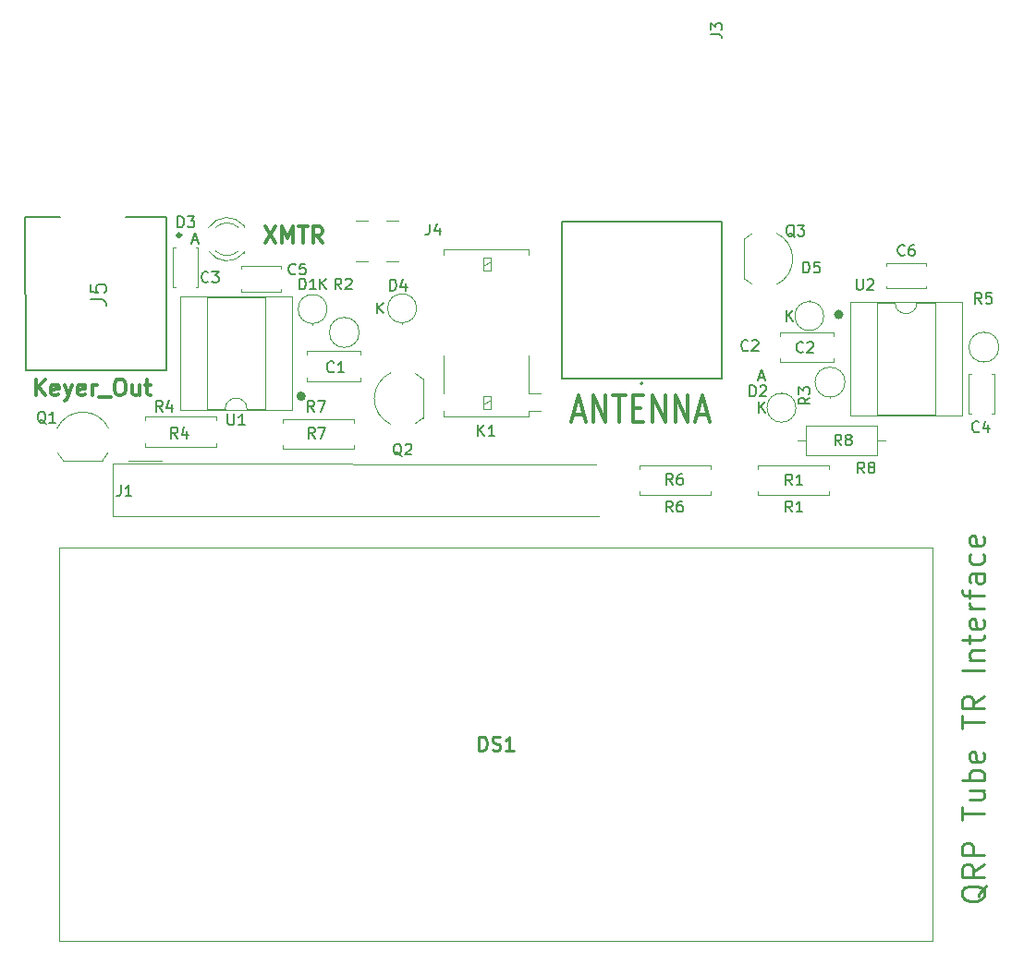
<source format=gbr>
%TF.GenerationSoftware,KiCad,Pcbnew,(6.0.7)*%
%TF.CreationDate,2022-12-07T12:16:08-08:00*%
%TF.ProjectId,TR interface,54522069-6e74-4657-9266-6163652e6b69,rev?*%
%TF.SameCoordinates,Original*%
%TF.FileFunction,Legend,Top*%
%TF.FilePolarity,Positive*%
%FSLAX46Y46*%
G04 Gerber Fmt 4.6, Leading zero omitted, Abs format (unit mm)*
G04 Created by KiCad (PCBNEW (6.0.7)) date 2022-12-07 12:16:08*
%MOMM*%
%LPD*%
G01*
G04 APERTURE LIST*
%ADD10C,0.453113*%
%ADD11C,0.150000*%
%ADD12C,0.300000*%
%ADD13C,0.250000*%
%ADD14C,0.254000*%
%ADD15C,0.127000*%
%ADD16C,0.340000*%
%ADD17C,0.120000*%
%ADD18C,0.200000*%
%ADD19C,0.100000*%
G04 APERTURE END LIST*
D10*
X58676556Y-38000000D02*
G75*
G03*
X58676556Y-38000000I-226556J0D01*
G01*
X107926556Y-30500000D02*
G75*
G03*
X107926556Y-30500000I-226556J0D01*
G01*
D11*
X59633333Y-39402380D02*
X59300000Y-38926190D01*
X59061904Y-39402380D02*
X59061904Y-38402380D01*
X59442857Y-38402380D01*
X59538095Y-38450000D01*
X59585714Y-38497619D01*
X59633333Y-38592857D01*
X59633333Y-38735714D01*
X59585714Y-38830952D01*
X59538095Y-38878571D01*
X59442857Y-38926190D01*
X59061904Y-38926190D01*
X59966666Y-38402380D02*
X60633333Y-38402380D01*
X60204761Y-39402380D01*
D12*
X83407142Y-39666666D02*
X84359523Y-39666666D01*
X83216666Y-40380952D02*
X83883333Y-37880952D01*
X84550000Y-40380952D01*
X85216666Y-40380952D02*
X85216666Y-37880952D01*
X86359523Y-40380952D01*
X86359523Y-37880952D01*
X87026190Y-37880952D02*
X88169047Y-37880952D01*
X87597619Y-40380952D02*
X87597619Y-37880952D01*
X88835714Y-39071428D02*
X89502380Y-39071428D01*
X89788095Y-40380952D02*
X88835714Y-40380952D01*
X88835714Y-37880952D01*
X89788095Y-37880952D01*
X90645238Y-40380952D02*
X90645238Y-37880952D01*
X91788095Y-40380952D01*
X91788095Y-37880952D01*
X92740476Y-40380952D02*
X92740476Y-37880952D01*
X93883333Y-40380952D01*
X93883333Y-37880952D01*
X94740476Y-39666666D02*
X95692857Y-39666666D01*
X94550000Y-40380952D02*
X95216666Y-37880952D01*
X95883333Y-40380952D01*
D11*
X99383333Y-33757142D02*
X99335714Y-33804761D01*
X99192857Y-33852380D01*
X99097619Y-33852380D01*
X98954761Y-33804761D01*
X98859523Y-33709523D01*
X98811904Y-33614285D01*
X98764285Y-33423809D01*
X98764285Y-33280952D01*
X98811904Y-33090476D01*
X98859523Y-32995238D01*
X98954761Y-32900000D01*
X99097619Y-32852380D01*
X99192857Y-32852380D01*
X99335714Y-32900000D01*
X99383333Y-32947619D01*
X99764285Y-32947619D02*
X99811904Y-32900000D01*
X99907142Y-32852380D01*
X100145238Y-32852380D01*
X100240476Y-32900000D01*
X100288095Y-32947619D01*
X100335714Y-33042857D01*
X100335714Y-33138095D01*
X100288095Y-33280952D01*
X99716666Y-33852380D01*
X100335714Y-33852380D01*
D12*
X34121428Y-37928571D02*
X34121428Y-36428571D01*
X34978571Y-37928571D02*
X34335714Y-37071428D01*
X34978571Y-36428571D02*
X34121428Y-37285714D01*
X36192857Y-37857142D02*
X36050000Y-37928571D01*
X35764285Y-37928571D01*
X35621428Y-37857142D01*
X35550000Y-37714285D01*
X35550000Y-37142857D01*
X35621428Y-37000000D01*
X35764285Y-36928571D01*
X36050000Y-36928571D01*
X36192857Y-37000000D01*
X36264285Y-37142857D01*
X36264285Y-37285714D01*
X35550000Y-37428571D01*
X36764285Y-36928571D02*
X37121428Y-37928571D01*
X37478571Y-36928571D02*
X37121428Y-37928571D01*
X36978571Y-38285714D01*
X36907142Y-38357142D01*
X36764285Y-38428571D01*
X38621428Y-37857142D02*
X38478571Y-37928571D01*
X38192857Y-37928571D01*
X38050000Y-37857142D01*
X37978571Y-37714285D01*
X37978571Y-37142857D01*
X38050000Y-37000000D01*
X38192857Y-36928571D01*
X38478571Y-36928571D01*
X38621428Y-37000000D01*
X38692857Y-37142857D01*
X38692857Y-37285714D01*
X37978571Y-37428571D01*
X39335714Y-37928571D02*
X39335714Y-36928571D01*
X39335714Y-37214285D02*
X39407142Y-37071428D01*
X39478571Y-37000000D01*
X39621428Y-36928571D01*
X39764285Y-36928571D01*
X39907142Y-38071428D02*
X41050000Y-38071428D01*
X41692857Y-36428571D02*
X41978571Y-36428571D01*
X42121428Y-36500000D01*
X42264285Y-36642857D01*
X42335714Y-36928571D01*
X42335714Y-37428571D01*
X42264285Y-37714285D01*
X42121428Y-37857142D01*
X41978571Y-37928571D01*
X41692857Y-37928571D01*
X41550000Y-37857142D01*
X41407142Y-37714285D01*
X41335714Y-37428571D01*
X41335714Y-36928571D01*
X41407142Y-36642857D01*
X41550000Y-36500000D01*
X41692857Y-36428571D01*
X43621428Y-36928571D02*
X43621428Y-37928571D01*
X42978571Y-36928571D02*
X42978571Y-37714285D01*
X43050000Y-37857142D01*
X43192857Y-37928571D01*
X43407142Y-37928571D01*
X43550000Y-37857142D01*
X43621428Y-37785714D01*
X44121428Y-36928571D02*
X44692857Y-36928571D01*
X44335714Y-36428571D02*
X44335714Y-37714285D01*
X44407142Y-37857142D01*
X44550000Y-37928571D01*
X44692857Y-37928571D01*
D13*
X121195238Y-82833333D02*
X121100000Y-83023809D01*
X120909523Y-83214285D01*
X120623809Y-83500000D01*
X120528571Y-83690476D01*
X120528571Y-83880952D01*
X121004761Y-83785714D02*
X120909523Y-83976190D01*
X120719047Y-84166666D01*
X120338095Y-84261904D01*
X119671428Y-84261904D01*
X119290476Y-84166666D01*
X119100000Y-83976190D01*
X119004761Y-83785714D01*
X119004761Y-83404761D01*
X119100000Y-83214285D01*
X119290476Y-83023809D01*
X119671428Y-82928571D01*
X120338095Y-82928571D01*
X120719047Y-83023809D01*
X120909523Y-83214285D01*
X121004761Y-83404761D01*
X121004761Y-83785714D01*
X121004761Y-80928571D02*
X120052380Y-81595238D01*
X121004761Y-82071428D02*
X119004761Y-82071428D01*
X119004761Y-81309523D01*
X119100000Y-81119047D01*
X119195238Y-81023809D01*
X119385714Y-80928571D01*
X119671428Y-80928571D01*
X119861904Y-81023809D01*
X119957142Y-81119047D01*
X120052380Y-81309523D01*
X120052380Y-82071428D01*
X121004761Y-80071428D02*
X119004761Y-80071428D01*
X119004761Y-79309523D01*
X119100000Y-79119047D01*
X119195238Y-79023809D01*
X119385714Y-78928571D01*
X119671428Y-78928571D01*
X119861904Y-79023809D01*
X119957142Y-79119047D01*
X120052380Y-79309523D01*
X120052380Y-80071428D01*
X119004761Y-76833333D02*
X119004761Y-75690476D01*
X121004761Y-76261904D02*
X119004761Y-76261904D01*
X119671428Y-74166666D02*
X121004761Y-74166666D01*
X119671428Y-75023809D02*
X120719047Y-75023809D01*
X120909523Y-74928571D01*
X121004761Y-74738095D01*
X121004761Y-74452380D01*
X120909523Y-74261904D01*
X120814285Y-74166666D01*
X121004761Y-73214285D02*
X119004761Y-73214285D01*
X119766666Y-73214285D02*
X119671428Y-73023809D01*
X119671428Y-72642857D01*
X119766666Y-72452380D01*
X119861904Y-72357142D01*
X120052380Y-72261904D01*
X120623809Y-72261904D01*
X120814285Y-72357142D01*
X120909523Y-72452380D01*
X121004761Y-72642857D01*
X121004761Y-73023809D01*
X120909523Y-73214285D01*
X120909523Y-70642857D02*
X121004761Y-70833333D01*
X121004761Y-71214285D01*
X120909523Y-71404761D01*
X120719047Y-71500000D01*
X119957142Y-71500000D01*
X119766666Y-71404761D01*
X119671428Y-71214285D01*
X119671428Y-70833333D01*
X119766666Y-70642857D01*
X119957142Y-70547619D01*
X120147619Y-70547619D01*
X120338095Y-71500000D01*
X119004761Y-68452380D02*
X119004761Y-67309523D01*
X121004761Y-67880952D02*
X119004761Y-67880952D01*
X121004761Y-65500000D02*
X120052380Y-66166666D01*
X121004761Y-66642857D02*
X119004761Y-66642857D01*
X119004761Y-65880952D01*
X119100000Y-65690476D01*
X119195238Y-65595238D01*
X119385714Y-65500000D01*
X119671428Y-65500000D01*
X119861904Y-65595238D01*
X119957142Y-65690476D01*
X120052380Y-65880952D01*
X120052380Y-66642857D01*
X121004761Y-63119047D02*
X119004761Y-63119047D01*
X119671428Y-62166666D02*
X121004761Y-62166666D01*
X119861904Y-62166666D02*
X119766666Y-62071428D01*
X119671428Y-61880952D01*
X119671428Y-61595238D01*
X119766666Y-61404761D01*
X119957142Y-61309523D01*
X121004761Y-61309523D01*
X119671428Y-60642857D02*
X119671428Y-59880952D01*
X119004761Y-60357142D02*
X120719047Y-60357142D01*
X120909523Y-60261904D01*
X121004761Y-60071428D01*
X121004761Y-59880952D01*
X120909523Y-58452380D02*
X121004761Y-58642857D01*
X121004761Y-59023809D01*
X120909523Y-59214285D01*
X120719047Y-59309523D01*
X119957142Y-59309523D01*
X119766666Y-59214285D01*
X119671428Y-59023809D01*
X119671428Y-58642857D01*
X119766666Y-58452380D01*
X119957142Y-58357142D01*
X120147619Y-58357142D01*
X120338095Y-59309523D01*
X121004761Y-57500000D02*
X119671428Y-57500000D01*
X120052380Y-57500000D02*
X119861904Y-57404761D01*
X119766666Y-57309523D01*
X119671428Y-57119047D01*
X119671428Y-56928571D01*
X119671428Y-56547619D02*
X119671428Y-55785714D01*
X121004761Y-56261904D02*
X119290476Y-56261904D01*
X119100000Y-56166666D01*
X119004761Y-55976190D01*
X119004761Y-55785714D01*
X121004761Y-54261904D02*
X119957142Y-54261904D01*
X119766666Y-54357142D01*
X119671428Y-54547619D01*
X119671428Y-54928571D01*
X119766666Y-55119047D01*
X120909523Y-54261904D02*
X121004761Y-54452380D01*
X121004761Y-54928571D01*
X120909523Y-55119047D01*
X120719047Y-55214285D01*
X120528571Y-55214285D01*
X120338095Y-55119047D01*
X120242857Y-54928571D01*
X120242857Y-54452380D01*
X120147619Y-54261904D01*
X120909523Y-52452380D02*
X121004761Y-52642857D01*
X121004761Y-53023809D01*
X120909523Y-53214285D01*
X120814285Y-53309523D01*
X120623809Y-53404761D01*
X120052380Y-53404761D01*
X119861904Y-53309523D01*
X119766666Y-53214285D01*
X119671428Y-53023809D01*
X119671428Y-52642857D01*
X119766666Y-52452380D01*
X120909523Y-50833333D02*
X121004761Y-51023809D01*
X121004761Y-51404761D01*
X120909523Y-51595238D01*
X120719047Y-51690476D01*
X119957142Y-51690476D01*
X119766666Y-51595238D01*
X119671428Y-51404761D01*
X119671428Y-51023809D01*
X119766666Y-50833333D01*
X119957142Y-50738095D01*
X120147619Y-50738095D01*
X120338095Y-51690476D01*
D11*
X103433333Y-48602380D02*
X103100000Y-48126190D01*
X102861904Y-48602380D02*
X102861904Y-47602380D01*
X103242857Y-47602380D01*
X103338095Y-47650000D01*
X103385714Y-47697619D01*
X103433333Y-47792857D01*
X103433333Y-47935714D01*
X103385714Y-48030952D01*
X103338095Y-48078571D01*
X103242857Y-48126190D01*
X102861904Y-48126190D01*
X104385714Y-48602380D02*
X103814285Y-48602380D01*
X104100000Y-48602380D02*
X104100000Y-47602380D01*
X104004761Y-47745238D01*
X103909523Y-47840476D01*
X103814285Y-47888095D01*
X110033333Y-45052380D02*
X109700000Y-44576190D01*
X109461904Y-45052380D02*
X109461904Y-44052380D01*
X109842857Y-44052380D01*
X109938095Y-44100000D01*
X109985714Y-44147619D01*
X110033333Y-44242857D01*
X110033333Y-44385714D01*
X109985714Y-44480952D01*
X109938095Y-44528571D01*
X109842857Y-44576190D01*
X109461904Y-44576190D01*
X110604761Y-44480952D02*
X110509523Y-44433333D01*
X110461904Y-44385714D01*
X110414285Y-44290476D01*
X110414285Y-44242857D01*
X110461904Y-44147619D01*
X110509523Y-44100000D01*
X110604761Y-44052380D01*
X110795238Y-44052380D01*
X110890476Y-44100000D01*
X110938095Y-44147619D01*
X110985714Y-44242857D01*
X110985714Y-44290476D01*
X110938095Y-44385714D01*
X110890476Y-44433333D01*
X110795238Y-44480952D01*
X110604761Y-44480952D01*
X110509523Y-44528571D01*
X110461904Y-44576190D01*
X110414285Y-44671428D01*
X110414285Y-44861904D01*
X110461904Y-44957142D01*
X110509523Y-45004761D01*
X110604761Y-45052380D01*
X110795238Y-45052380D01*
X110890476Y-45004761D01*
X110938095Y-44957142D01*
X110985714Y-44861904D01*
X110985714Y-44671428D01*
X110938095Y-44576190D01*
X110890476Y-44528571D01*
X110795238Y-44480952D01*
X92483333Y-48602380D02*
X92150000Y-48126190D01*
X91911904Y-48602380D02*
X91911904Y-47602380D01*
X92292857Y-47602380D01*
X92388095Y-47650000D01*
X92435714Y-47697619D01*
X92483333Y-47792857D01*
X92483333Y-47935714D01*
X92435714Y-48030952D01*
X92388095Y-48078571D01*
X92292857Y-48126190D01*
X91911904Y-48126190D01*
X93340476Y-47602380D02*
X93150000Y-47602380D01*
X93054761Y-47650000D01*
X93007142Y-47697619D01*
X92911904Y-47840476D01*
X92864285Y-48030952D01*
X92864285Y-48411904D01*
X92911904Y-48507142D01*
X92959523Y-48554761D01*
X93054761Y-48602380D01*
X93245238Y-48602380D01*
X93340476Y-48554761D01*
X93388095Y-48507142D01*
X93435714Y-48411904D01*
X93435714Y-48173809D01*
X93388095Y-48078571D01*
X93340476Y-48030952D01*
X93245238Y-47983333D01*
X93054761Y-47983333D01*
X92959523Y-48030952D01*
X92911904Y-48078571D01*
X92864285Y-48173809D01*
D12*
X55121428Y-22428571D02*
X56121428Y-23928571D01*
X56121428Y-22428571D02*
X55121428Y-23928571D01*
X56692857Y-23928571D02*
X56692857Y-22428571D01*
X57192857Y-23500000D01*
X57692857Y-22428571D01*
X57692857Y-23928571D01*
X58192857Y-22428571D02*
X59050000Y-22428571D01*
X58621428Y-23928571D02*
X58621428Y-22428571D01*
X60407142Y-23928571D02*
X59907142Y-23214285D01*
X59550000Y-23928571D02*
X59550000Y-22428571D01*
X60121428Y-22428571D01*
X60264285Y-22500000D01*
X60335714Y-22571428D01*
X60407142Y-22714285D01*
X60407142Y-22928571D01*
X60335714Y-23071428D01*
X60264285Y-23142857D01*
X60121428Y-23214285D01*
X59550000Y-23214285D01*
D11*
X45733333Y-39402380D02*
X45400000Y-38926190D01*
X45161904Y-39402380D02*
X45161904Y-38402380D01*
X45542857Y-38402380D01*
X45638095Y-38450000D01*
X45685714Y-38497619D01*
X45733333Y-38592857D01*
X45733333Y-38735714D01*
X45685714Y-38830952D01*
X45638095Y-38878571D01*
X45542857Y-38926190D01*
X45161904Y-38926190D01*
X46590476Y-38735714D02*
X46590476Y-39402380D01*
X46352380Y-38354761D02*
X46114285Y-39069047D01*
X46733333Y-39069047D01*
%TO.C,J5*%
X39172131Y-29117155D02*
X40173177Y-29117155D01*
X40373386Y-29183891D01*
X40506859Y-29317364D01*
X40573596Y-29517573D01*
X40573596Y-29651046D01*
X39172131Y-27782426D02*
X39172131Y-28449790D01*
X39839495Y-28516527D01*
X39772758Y-28449790D01*
X39706022Y-28316317D01*
X39706022Y-27982635D01*
X39772758Y-27849162D01*
X39839495Y-27782426D01*
X39972968Y-27715690D01*
X40306650Y-27715690D01*
X40440123Y-27782426D01*
X40506859Y-27849162D01*
X40573596Y-27982635D01*
X40573596Y-28316317D01*
X40506859Y-28449790D01*
X40440123Y-28516527D01*
%TO.C,D1*%
X58311904Y-28202380D02*
X58311904Y-27202380D01*
X58550000Y-27202380D01*
X58692857Y-27250000D01*
X58788095Y-27345238D01*
X58835714Y-27440476D01*
X58883333Y-27630952D01*
X58883333Y-27773809D01*
X58835714Y-27964285D01*
X58788095Y-28059523D01*
X58692857Y-28154761D01*
X58550000Y-28202380D01*
X58311904Y-28202380D01*
X59835714Y-28202380D02*
X59264285Y-28202380D01*
X59550000Y-28202380D02*
X59550000Y-27202380D01*
X59454761Y-27345238D01*
X59359523Y-27440476D01*
X59264285Y-27488095D01*
X60188095Y-28202380D02*
X60188095Y-27202380D01*
X60759523Y-28202380D02*
X60330952Y-27630952D01*
X60759523Y-27202380D02*
X60188095Y-27773809D01*
%TO.C,J1*%
X41916666Y-46152380D02*
X41916666Y-46866666D01*
X41869047Y-47009523D01*
X41773809Y-47104761D01*
X41630952Y-47152380D01*
X41535714Y-47152380D01*
X42916666Y-47152380D02*
X42345238Y-47152380D01*
X42630952Y-47152380D02*
X42630952Y-46152380D01*
X42535714Y-46295238D01*
X42440476Y-46390476D01*
X42345238Y-46438095D01*
%TO.C,R1*%
X103433333Y-46152380D02*
X103100000Y-45676190D01*
X102861904Y-46152380D02*
X102861904Y-45152380D01*
X103242857Y-45152380D01*
X103338095Y-45200000D01*
X103385714Y-45247619D01*
X103433333Y-45342857D01*
X103433333Y-45485714D01*
X103385714Y-45580952D01*
X103338095Y-45628571D01*
X103242857Y-45676190D01*
X102861904Y-45676190D01*
X104385714Y-46152380D02*
X103814285Y-46152380D01*
X104100000Y-46152380D02*
X104100000Y-45152380D01*
X104004761Y-45295238D01*
X103909523Y-45390476D01*
X103814285Y-45438095D01*
%TO.C,D2*%
X99561904Y-38002380D02*
X99561904Y-37002380D01*
X99800000Y-37002380D01*
X99942857Y-37050000D01*
X100038095Y-37145238D01*
X100085714Y-37240476D01*
X100133333Y-37430952D01*
X100133333Y-37573809D01*
X100085714Y-37764285D01*
X100038095Y-37859523D01*
X99942857Y-37954761D01*
X99800000Y-38002380D01*
X99561904Y-38002380D01*
X100514285Y-37097619D02*
X100561904Y-37050000D01*
X100657142Y-37002380D01*
X100895238Y-37002380D01*
X100990476Y-37050000D01*
X101038095Y-37097619D01*
X101085714Y-37192857D01*
X101085714Y-37288095D01*
X101038095Y-37430952D01*
X100466666Y-38002380D01*
X101085714Y-38002380D01*
X100388095Y-39502380D02*
X100388095Y-38502380D01*
X100959523Y-39502380D02*
X100530952Y-38930952D01*
X100959523Y-38502380D02*
X100388095Y-39073809D01*
X100411904Y-36266666D02*
X100888095Y-36266666D01*
X100316666Y-36552380D02*
X100650000Y-35552380D01*
X100983333Y-36552380D01*
%TO.C,R7*%
X59693333Y-41852380D02*
X59360000Y-41376190D01*
X59121904Y-41852380D02*
X59121904Y-40852380D01*
X59502857Y-40852380D01*
X59598095Y-40900000D01*
X59645714Y-40947619D01*
X59693333Y-41042857D01*
X59693333Y-41185714D01*
X59645714Y-41280952D01*
X59598095Y-41328571D01*
X59502857Y-41376190D01*
X59121904Y-41376190D01*
X60026666Y-40852380D02*
X60693333Y-40852380D01*
X60264761Y-41852380D01*
%TO.C,Q1*%
X35054761Y-40497619D02*
X34959523Y-40450000D01*
X34864285Y-40354761D01*
X34721428Y-40211904D01*
X34626190Y-40164285D01*
X34530952Y-40164285D01*
X34578571Y-40402380D02*
X34483333Y-40354761D01*
X34388095Y-40259523D01*
X34340476Y-40069047D01*
X34340476Y-39735714D01*
X34388095Y-39545238D01*
X34483333Y-39450000D01*
X34578571Y-39402380D01*
X34769047Y-39402380D01*
X34864285Y-39450000D01*
X34959523Y-39545238D01*
X35007142Y-39735714D01*
X35007142Y-40069047D01*
X34959523Y-40259523D01*
X34864285Y-40354761D01*
X34769047Y-40402380D01*
X34578571Y-40402380D01*
X35959523Y-40402380D02*
X35388095Y-40402380D01*
X35673809Y-40402380D02*
X35673809Y-39402380D01*
X35578571Y-39545238D01*
X35483333Y-39640476D01*
X35388095Y-39688095D01*
%TO.C,R3*%
X105052380Y-38116666D02*
X104576190Y-38450000D01*
X105052380Y-38688095D02*
X104052380Y-38688095D01*
X104052380Y-38307142D01*
X104100000Y-38211904D01*
X104147619Y-38164285D01*
X104242857Y-38116666D01*
X104385714Y-38116666D01*
X104480952Y-38164285D01*
X104528571Y-38211904D01*
X104576190Y-38307142D01*
X104576190Y-38688095D01*
X104052380Y-37783333D02*
X104052380Y-37164285D01*
X104433333Y-37497619D01*
X104433333Y-37354761D01*
X104480952Y-37259523D01*
X104528571Y-37211904D01*
X104623809Y-37164285D01*
X104861904Y-37164285D01*
X104957142Y-37211904D01*
X105004761Y-37259523D01*
X105052380Y-37354761D01*
X105052380Y-37640476D01*
X105004761Y-37735714D01*
X104957142Y-37783333D01*
%TO.C,D5*%
X104461904Y-26682380D02*
X104461904Y-25682380D01*
X104700000Y-25682380D01*
X104842857Y-25730000D01*
X104938095Y-25825238D01*
X104985714Y-25920476D01*
X105033333Y-26110952D01*
X105033333Y-26253809D01*
X104985714Y-26444285D01*
X104938095Y-26539523D01*
X104842857Y-26634761D01*
X104700000Y-26682380D01*
X104461904Y-26682380D01*
X105938095Y-25682380D02*
X105461904Y-25682380D01*
X105414285Y-26158571D01*
X105461904Y-26110952D01*
X105557142Y-26063333D01*
X105795238Y-26063333D01*
X105890476Y-26110952D01*
X105938095Y-26158571D01*
X105985714Y-26253809D01*
X105985714Y-26491904D01*
X105938095Y-26587142D01*
X105890476Y-26634761D01*
X105795238Y-26682380D01*
X105557142Y-26682380D01*
X105461904Y-26634761D01*
X105414285Y-26587142D01*
X102938095Y-31092380D02*
X102938095Y-30092380D01*
X103509523Y-31092380D02*
X103080952Y-30520952D01*
X103509523Y-30092380D02*
X102938095Y-30663809D01*
%TO.C,C4*%
X120533333Y-41207142D02*
X120485714Y-41254761D01*
X120342857Y-41302380D01*
X120247619Y-41302380D01*
X120104761Y-41254761D01*
X120009523Y-41159523D01*
X119961904Y-41064285D01*
X119914285Y-40873809D01*
X119914285Y-40730952D01*
X119961904Y-40540476D01*
X120009523Y-40445238D01*
X120104761Y-40350000D01*
X120247619Y-40302380D01*
X120342857Y-40302380D01*
X120485714Y-40350000D01*
X120533333Y-40397619D01*
X121390476Y-40635714D02*
X121390476Y-41302380D01*
X121152380Y-40254761D02*
X120914285Y-40969047D01*
X121533333Y-40969047D01*
%TO.C,K1*%
X74661904Y-41652380D02*
X74661904Y-40652380D01*
X75233333Y-41652380D02*
X74804761Y-41080952D01*
X75233333Y-40652380D02*
X74661904Y-41223809D01*
X76185714Y-41652380D02*
X75614285Y-41652380D01*
X75900000Y-41652380D02*
X75900000Y-40652380D01*
X75804761Y-40795238D01*
X75709523Y-40890476D01*
X75614285Y-40938095D01*
%TO.C,D4*%
X66611904Y-28302380D02*
X66611904Y-27302380D01*
X66850000Y-27302380D01*
X66992857Y-27350000D01*
X67088095Y-27445238D01*
X67135714Y-27540476D01*
X67183333Y-27730952D01*
X67183333Y-27873809D01*
X67135714Y-28064285D01*
X67088095Y-28159523D01*
X66992857Y-28254761D01*
X66850000Y-28302380D01*
X66611904Y-28302380D01*
X68040476Y-27635714D02*
X68040476Y-28302380D01*
X67802380Y-27254761D02*
X67564285Y-27969047D01*
X68183333Y-27969047D01*
X65388095Y-30402380D02*
X65388095Y-29402380D01*
X65959523Y-30402380D02*
X65530952Y-29830952D01*
X65959523Y-29402380D02*
X65388095Y-29973809D01*
%TO.C,Q3*%
X103654761Y-23397619D02*
X103559523Y-23350000D01*
X103464285Y-23254761D01*
X103321428Y-23111904D01*
X103226190Y-23064285D01*
X103130952Y-23064285D01*
X103178571Y-23302380D02*
X103083333Y-23254761D01*
X102988095Y-23159523D01*
X102940476Y-22969047D01*
X102940476Y-22635714D01*
X102988095Y-22445238D01*
X103083333Y-22350000D01*
X103178571Y-22302380D01*
X103369047Y-22302380D01*
X103464285Y-22350000D01*
X103559523Y-22445238D01*
X103607142Y-22635714D01*
X103607142Y-22969047D01*
X103559523Y-23159523D01*
X103464285Y-23254761D01*
X103369047Y-23302380D01*
X103178571Y-23302380D01*
X103940476Y-22302380D02*
X104559523Y-22302380D01*
X104226190Y-22683333D01*
X104369047Y-22683333D01*
X104464285Y-22730952D01*
X104511904Y-22778571D01*
X104559523Y-22873809D01*
X104559523Y-23111904D01*
X104511904Y-23207142D01*
X104464285Y-23254761D01*
X104369047Y-23302380D01*
X104083333Y-23302380D01*
X103988095Y-23254761D01*
X103940476Y-23207142D01*
%TO.C,Q2*%
X67654761Y-43447619D02*
X67559523Y-43400000D01*
X67464285Y-43304761D01*
X67321428Y-43161904D01*
X67226190Y-43114285D01*
X67130952Y-43114285D01*
X67178571Y-43352380D02*
X67083333Y-43304761D01*
X66988095Y-43209523D01*
X66940476Y-43019047D01*
X66940476Y-42685714D01*
X66988095Y-42495238D01*
X67083333Y-42400000D01*
X67178571Y-42352380D01*
X67369047Y-42352380D01*
X67464285Y-42400000D01*
X67559523Y-42495238D01*
X67607142Y-42685714D01*
X67607142Y-43019047D01*
X67559523Y-43209523D01*
X67464285Y-43304761D01*
X67369047Y-43352380D01*
X67178571Y-43352380D01*
X67988095Y-42447619D02*
X68035714Y-42400000D01*
X68130952Y-42352380D01*
X68369047Y-42352380D01*
X68464285Y-42400000D01*
X68511904Y-42447619D01*
X68559523Y-42542857D01*
X68559523Y-42638095D01*
X68511904Y-42780952D01*
X67940476Y-43352380D01*
X68559523Y-43352380D01*
%TO.C,R4*%
X47133333Y-41852380D02*
X46800000Y-41376190D01*
X46561904Y-41852380D02*
X46561904Y-40852380D01*
X46942857Y-40852380D01*
X47038095Y-40900000D01*
X47085714Y-40947619D01*
X47133333Y-41042857D01*
X47133333Y-41185714D01*
X47085714Y-41280952D01*
X47038095Y-41328571D01*
X46942857Y-41376190D01*
X46561904Y-41376190D01*
X47990476Y-41185714D02*
X47990476Y-41852380D01*
X47752380Y-40804761D02*
X47514285Y-41519047D01*
X48133333Y-41519047D01*
%TO.C,C3*%
X49933333Y-27457142D02*
X49885714Y-27504761D01*
X49742857Y-27552380D01*
X49647619Y-27552380D01*
X49504761Y-27504761D01*
X49409523Y-27409523D01*
X49361904Y-27314285D01*
X49314285Y-27123809D01*
X49314285Y-26980952D01*
X49361904Y-26790476D01*
X49409523Y-26695238D01*
X49504761Y-26600000D01*
X49647619Y-26552380D01*
X49742857Y-26552380D01*
X49885714Y-26600000D01*
X49933333Y-26647619D01*
X50266666Y-26552380D02*
X50885714Y-26552380D01*
X50552380Y-26933333D01*
X50695238Y-26933333D01*
X50790476Y-26980952D01*
X50838095Y-27028571D01*
X50885714Y-27123809D01*
X50885714Y-27361904D01*
X50838095Y-27457142D01*
X50790476Y-27504761D01*
X50695238Y-27552380D01*
X50409523Y-27552380D01*
X50314285Y-27504761D01*
X50266666Y-27457142D01*
%TO.C,R2*%
X62133333Y-28202380D02*
X61800000Y-27726190D01*
X61561904Y-28202380D02*
X61561904Y-27202380D01*
X61942857Y-27202380D01*
X62038095Y-27250000D01*
X62085714Y-27297619D01*
X62133333Y-27392857D01*
X62133333Y-27535714D01*
X62085714Y-27630952D01*
X62038095Y-27678571D01*
X61942857Y-27726190D01*
X61561904Y-27726190D01*
X62514285Y-27297619D02*
X62561904Y-27250000D01*
X62657142Y-27202380D01*
X62895238Y-27202380D01*
X62990476Y-27250000D01*
X63038095Y-27297619D01*
X63085714Y-27392857D01*
X63085714Y-27488095D01*
X63038095Y-27630952D01*
X62466666Y-28202380D01*
X63085714Y-28202380D01*
%TO.C,U2*%
X109338095Y-27252380D02*
X109338095Y-28061904D01*
X109385714Y-28157142D01*
X109433333Y-28204761D01*
X109528571Y-28252380D01*
X109719047Y-28252380D01*
X109814285Y-28204761D01*
X109861904Y-28157142D01*
X109909523Y-28061904D01*
X109909523Y-27252380D01*
X110338095Y-27347619D02*
X110385714Y-27300000D01*
X110480952Y-27252380D01*
X110719047Y-27252380D01*
X110814285Y-27300000D01*
X110861904Y-27347619D01*
X110909523Y-27442857D01*
X110909523Y-27538095D01*
X110861904Y-27680952D01*
X110290476Y-28252380D01*
X110909523Y-28252380D01*
%TO.C,J3*%
X95999295Y-4794435D02*
X96714925Y-4794435D01*
X96858051Y-4842144D01*
X96953468Y-4937561D01*
X97001177Y-5080687D01*
X97001177Y-5176105D01*
X95999295Y-4412766D02*
X95999295Y-3792553D01*
X96380964Y-4126514D01*
X96380964Y-3983388D01*
X96428673Y-3887971D01*
X96476382Y-3840262D01*
X96571799Y-3792553D01*
X96810342Y-3792553D01*
X96905760Y-3840262D01*
X96953468Y-3887971D01*
X97001177Y-3983388D01*
X97001177Y-4269640D01*
X96953468Y-4365057D01*
X96905760Y-4412766D01*
%TO.C,R8*%
X107933333Y-42502380D02*
X107600000Y-42026190D01*
X107361904Y-42502380D02*
X107361904Y-41502380D01*
X107742857Y-41502380D01*
X107838095Y-41550000D01*
X107885714Y-41597619D01*
X107933333Y-41692857D01*
X107933333Y-41835714D01*
X107885714Y-41930952D01*
X107838095Y-41978571D01*
X107742857Y-42026190D01*
X107361904Y-42026190D01*
X108504761Y-41930952D02*
X108409523Y-41883333D01*
X108361904Y-41835714D01*
X108314285Y-41740476D01*
X108314285Y-41692857D01*
X108361904Y-41597619D01*
X108409523Y-41550000D01*
X108504761Y-41502380D01*
X108695238Y-41502380D01*
X108790476Y-41550000D01*
X108838095Y-41597619D01*
X108885714Y-41692857D01*
X108885714Y-41740476D01*
X108838095Y-41835714D01*
X108790476Y-41883333D01*
X108695238Y-41930952D01*
X108504761Y-41930952D01*
X108409523Y-41978571D01*
X108361904Y-42026190D01*
X108314285Y-42121428D01*
X108314285Y-42311904D01*
X108361904Y-42407142D01*
X108409523Y-42454761D01*
X108504761Y-42502380D01*
X108695238Y-42502380D01*
X108790476Y-42454761D01*
X108838095Y-42407142D01*
X108885714Y-42311904D01*
X108885714Y-42121428D01*
X108838095Y-42026190D01*
X108790476Y-41978571D01*
X108695238Y-41930952D01*
%TO.C,R5*%
X120783333Y-29502380D02*
X120450000Y-29026190D01*
X120211904Y-29502380D02*
X120211904Y-28502380D01*
X120592857Y-28502380D01*
X120688095Y-28550000D01*
X120735714Y-28597619D01*
X120783333Y-28692857D01*
X120783333Y-28835714D01*
X120735714Y-28930952D01*
X120688095Y-28978571D01*
X120592857Y-29026190D01*
X120211904Y-29026190D01*
X121688095Y-28502380D02*
X121211904Y-28502380D01*
X121164285Y-28978571D01*
X121211904Y-28930952D01*
X121307142Y-28883333D01*
X121545238Y-28883333D01*
X121640476Y-28930952D01*
X121688095Y-28978571D01*
X121735714Y-29073809D01*
X121735714Y-29311904D01*
X121688095Y-29407142D01*
X121640476Y-29454761D01*
X121545238Y-29502380D01*
X121307142Y-29502380D01*
X121211904Y-29454761D01*
X121164285Y-29407142D01*
%TO.C,C1*%
X61433333Y-35707142D02*
X61385714Y-35754761D01*
X61242857Y-35802380D01*
X61147619Y-35802380D01*
X61004761Y-35754761D01*
X60909523Y-35659523D01*
X60861904Y-35564285D01*
X60814285Y-35373809D01*
X60814285Y-35230952D01*
X60861904Y-35040476D01*
X60909523Y-34945238D01*
X61004761Y-34850000D01*
X61147619Y-34802380D01*
X61242857Y-34802380D01*
X61385714Y-34850000D01*
X61433333Y-34897619D01*
X62385714Y-35802380D02*
X61814285Y-35802380D01*
X62100000Y-35802380D02*
X62100000Y-34802380D01*
X62004761Y-34945238D01*
X61909523Y-35040476D01*
X61814285Y-35088095D01*
%TO.C,J4*%
X70216666Y-22202380D02*
X70216666Y-22916666D01*
X70169047Y-23059523D01*
X70073809Y-23154761D01*
X69930952Y-23202380D01*
X69835714Y-23202380D01*
X71121428Y-22535714D02*
X71121428Y-23202380D01*
X70883333Y-22154761D02*
X70645238Y-22869047D01*
X71264285Y-22869047D01*
%TO.C,D3*%
X47157704Y-22502980D02*
X47157704Y-21502980D01*
X47395800Y-21502980D01*
X47538657Y-21550600D01*
X47633895Y-21645838D01*
X47681514Y-21741076D01*
X47729133Y-21931552D01*
X47729133Y-22074409D01*
X47681514Y-22264885D01*
X47633895Y-22360123D01*
X47538657Y-22455361D01*
X47395800Y-22502980D01*
X47157704Y-22502980D01*
X48062466Y-21502980D02*
X48681514Y-21502980D01*
X48348180Y-21883933D01*
X48491038Y-21883933D01*
X48586276Y-21931552D01*
X48633895Y-21979171D01*
X48681514Y-22074409D01*
X48681514Y-22312504D01*
X48633895Y-22407742D01*
X48586276Y-22455361D01*
X48491038Y-22502980D01*
X48205323Y-22502980D01*
X48110085Y-22455361D01*
X48062466Y-22407742D01*
X48511904Y-23716666D02*
X48988095Y-23716666D01*
X48416666Y-24002380D02*
X48750000Y-23002380D01*
X49083333Y-24002380D01*
D14*
%TO.C,DS1*%
X74757857Y-70474523D02*
X74757857Y-69204523D01*
X75060238Y-69204523D01*
X75241666Y-69265000D01*
X75362619Y-69385952D01*
X75423095Y-69506904D01*
X75483571Y-69748809D01*
X75483571Y-69930238D01*
X75423095Y-70172142D01*
X75362619Y-70293095D01*
X75241666Y-70414047D01*
X75060238Y-70474523D01*
X74757857Y-70474523D01*
X75967380Y-70414047D02*
X76148809Y-70474523D01*
X76451190Y-70474523D01*
X76572142Y-70414047D01*
X76632619Y-70353571D01*
X76693095Y-70232619D01*
X76693095Y-70111666D01*
X76632619Y-69990714D01*
X76572142Y-69930238D01*
X76451190Y-69869761D01*
X76209285Y-69809285D01*
X76088333Y-69748809D01*
X76027857Y-69688333D01*
X75967380Y-69567380D01*
X75967380Y-69446428D01*
X76027857Y-69325476D01*
X76088333Y-69265000D01*
X76209285Y-69204523D01*
X76511666Y-69204523D01*
X76693095Y-69265000D01*
X77902619Y-70474523D02*
X77176904Y-70474523D01*
X77539761Y-70474523D02*
X77539761Y-69204523D01*
X77418809Y-69385952D01*
X77297857Y-69506904D01*
X77176904Y-69567380D01*
D11*
%TO.C,R6*%
X92483333Y-46102380D02*
X92150000Y-45626190D01*
X91911904Y-46102380D02*
X91911904Y-45102380D01*
X92292857Y-45102380D01*
X92388095Y-45150000D01*
X92435714Y-45197619D01*
X92483333Y-45292857D01*
X92483333Y-45435714D01*
X92435714Y-45530952D01*
X92388095Y-45578571D01*
X92292857Y-45626190D01*
X91911904Y-45626190D01*
X93340476Y-45102380D02*
X93150000Y-45102380D01*
X93054761Y-45150000D01*
X93007142Y-45197619D01*
X92911904Y-45340476D01*
X92864285Y-45530952D01*
X92864285Y-45911904D01*
X92911904Y-46007142D01*
X92959523Y-46054761D01*
X93054761Y-46102380D01*
X93245238Y-46102380D01*
X93340476Y-46054761D01*
X93388095Y-46007142D01*
X93435714Y-45911904D01*
X93435714Y-45673809D01*
X93388095Y-45578571D01*
X93340476Y-45530952D01*
X93245238Y-45483333D01*
X93054761Y-45483333D01*
X92959523Y-45530952D01*
X92911904Y-45578571D01*
X92864285Y-45673809D01*
%TO.C,C6*%
X113733333Y-25007142D02*
X113685714Y-25054761D01*
X113542857Y-25102380D01*
X113447619Y-25102380D01*
X113304761Y-25054761D01*
X113209523Y-24959523D01*
X113161904Y-24864285D01*
X113114285Y-24673809D01*
X113114285Y-24530952D01*
X113161904Y-24340476D01*
X113209523Y-24245238D01*
X113304761Y-24150000D01*
X113447619Y-24102380D01*
X113542857Y-24102380D01*
X113685714Y-24150000D01*
X113733333Y-24197619D01*
X114590476Y-24102380D02*
X114400000Y-24102380D01*
X114304761Y-24150000D01*
X114257142Y-24197619D01*
X114161904Y-24340476D01*
X114114285Y-24530952D01*
X114114285Y-24911904D01*
X114161904Y-25007142D01*
X114209523Y-25054761D01*
X114304761Y-25102380D01*
X114495238Y-25102380D01*
X114590476Y-25054761D01*
X114638095Y-25007142D01*
X114685714Y-24911904D01*
X114685714Y-24673809D01*
X114638095Y-24578571D01*
X114590476Y-24530952D01*
X114495238Y-24483333D01*
X114304761Y-24483333D01*
X114209523Y-24530952D01*
X114161904Y-24578571D01*
X114114285Y-24673809D01*
%TO.C,U1*%
X51728095Y-39632380D02*
X51728095Y-40441904D01*
X51775714Y-40537142D01*
X51823333Y-40584761D01*
X51918571Y-40632380D01*
X52109047Y-40632380D01*
X52204285Y-40584761D01*
X52251904Y-40537142D01*
X52299523Y-40441904D01*
X52299523Y-39632380D01*
X53299523Y-40632380D02*
X52728095Y-40632380D01*
X53013809Y-40632380D02*
X53013809Y-39632380D01*
X52918571Y-39775238D01*
X52823333Y-39870476D01*
X52728095Y-39918095D01*
%TO.C,C5*%
X57933333Y-26757142D02*
X57885714Y-26804761D01*
X57742857Y-26852380D01*
X57647619Y-26852380D01*
X57504761Y-26804761D01*
X57409523Y-26709523D01*
X57361904Y-26614285D01*
X57314285Y-26423809D01*
X57314285Y-26280952D01*
X57361904Y-26090476D01*
X57409523Y-25995238D01*
X57504761Y-25900000D01*
X57647619Y-25852380D01*
X57742857Y-25852380D01*
X57885714Y-25900000D01*
X57933333Y-25947619D01*
X58838095Y-25852380D02*
X58361904Y-25852380D01*
X58314285Y-26328571D01*
X58361904Y-26280952D01*
X58457142Y-26233333D01*
X58695238Y-26233333D01*
X58790476Y-26280952D01*
X58838095Y-26328571D01*
X58885714Y-26423809D01*
X58885714Y-26661904D01*
X58838095Y-26757142D01*
X58790476Y-26804761D01*
X58695238Y-26852380D01*
X58457142Y-26852380D01*
X58361904Y-26804761D01*
X58314285Y-26757142D01*
%TO.C,C2*%
X104433333Y-33907142D02*
X104385714Y-33954761D01*
X104242857Y-34002380D01*
X104147619Y-34002380D01*
X104004761Y-33954761D01*
X103909523Y-33859523D01*
X103861904Y-33764285D01*
X103814285Y-33573809D01*
X103814285Y-33430952D01*
X103861904Y-33240476D01*
X103909523Y-33145238D01*
X104004761Y-33050000D01*
X104147619Y-33002380D01*
X104242857Y-33002380D01*
X104385714Y-33050000D01*
X104433333Y-33097619D01*
X104814285Y-33097619D02*
X104861904Y-33050000D01*
X104957142Y-33002380D01*
X105195238Y-33002380D01*
X105290476Y-33050000D01*
X105338095Y-33097619D01*
X105385714Y-33192857D01*
X105385714Y-33288095D01*
X105338095Y-33430952D01*
X104766666Y-34002380D01*
X105385714Y-34002380D01*
D15*
%TO.C,J5*%
X33159100Y-21596600D02*
X36382100Y-21600000D01*
X33190800Y-35596000D02*
X33159100Y-21596600D01*
X46087700Y-35592000D02*
X33190800Y-35596000D01*
X46113100Y-21596600D02*
X46087700Y-35592000D01*
X42382100Y-21600000D02*
X46113100Y-21596600D01*
D16*
X47451500Y-23222200D02*
G75*
G03*
X47451500Y-23222200I-170000J0D01*
G01*
D17*
%TO.C,D1*%
X59500000Y-31326371D02*
X59500000Y-31440000D01*
X60826371Y-30000000D02*
G75*
G03*
X60826371Y-30000000I-1326371J0D01*
G01*
%TO.C,J1*%
X42650000Y-43900000D02*
X45650000Y-43900000D01*
X85704400Y-48970100D02*
X41229000Y-48957400D01*
X41229000Y-44207600D02*
X41229000Y-48957400D01*
X85450400Y-44233000D02*
X41229000Y-44207600D01*
%TO.C,R1*%
X106820000Y-47070000D02*
X100280000Y-47070000D01*
X106820000Y-46740000D02*
X106820000Y-47070000D01*
X100280000Y-47070000D02*
X100280000Y-46740000D01*
X106820000Y-44660000D02*
X106820000Y-44330000D01*
X106820000Y-44330000D02*
X100280000Y-44330000D01*
X100280000Y-44330000D02*
X100280000Y-44660000D01*
%TO.C,D2*%
X102450000Y-37723629D02*
X102450000Y-37610000D01*
X103776371Y-39050000D02*
G75*
G03*
X103776371Y-39050000I-1326371J0D01*
G01*
%TO.C,R7*%
X56780000Y-40080000D02*
X56780000Y-40410000D01*
X63320000Y-40080000D02*
X56780000Y-40080000D01*
X63320000Y-40410000D02*
X63320000Y-40080000D01*
X56780000Y-42820000D02*
X56780000Y-42490000D01*
X63320000Y-42820000D02*
X56780000Y-42820000D01*
X63320000Y-42490000D02*
X63320000Y-42820000D01*
%TO.C,Q1*%
X36650000Y-43890000D02*
X40250000Y-43890000D01*
X36125816Y-43162795D02*
G75*
G03*
X36650000Y-43890000I2324184J1122795D01*
G01*
X38450000Y-39440000D02*
G75*
G03*
X36093600Y-40941193I0J-2600000D01*
G01*
X40250000Y-43890000D02*
G75*
G03*
X40774184Y-43162795I-1800000J1850000D01*
G01*
X40806400Y-40941193D02*
G75*
G03*
X38450000Y-39440000I-2356400J-1098807D01*
G01*
%TO.C,R3*%
X106900000Y-38070000D02*
X106900000Y-38140000D01*
X108270000Y-36700000D02*
G75*
G03*
X108270000Y-36700000I-1370000J0D01*
G01*
%TO.C,D5*%
X105000000Y-29313629D02*
X105000000Y-29200000D01*
X106326371Y-30640000D02*
G75*
G03*
X106326371Y-30640000I-1326371J0D01*
G01*
%TO.C,C4*%
X119630000Y-35930000D02*
X119875000Y-35930000D01*
X121725000Y-35930000D02*
X121970000Y-35930000D01*
X119630000Y-39570000D02*
X119630000Y-35930000D01*
X121725000Y-39570000D02*
X121970000Y-39570000D01*
X119630000Y-39570000D02*
X119875000Y-39570000D01*
X121970000Y-39570000D02*
X121970000Y-35930000D01*
%TO.C,K1*%
X71510000Y-24560000D02*
X79290000Y-24560000D01*
X79290000Y-25020000D02*
X79290000Y-24560000D01*
X79290000Y-39380000D02*
X80410000Y-39380000D01*
X71510000Y-37720000D02*
X71510000Y-34300000D01*
X75810000Y-39150000D02*
X75810000Y-37950000D01*
X79290000Y-37720000D02*
X79290000Y-34300000D01*
X79290000Y-39840000D02*
X79290000Y-39380000D01*
X79290000Y-37720000D02*
X80410000Y-37720000D01*
X75110000Y-25250000D02*
X75110000Y-26450000D01*
X71510000Y-39840000D02*
X79290000Y-39840000D01*
X75110000Y-26450000D02*
X75810000Y-26450000D01*
X75110000Y-39150000D02*
X75810000Y-39150000D01*
X75810000Y-25650000D02*
X75110000Y-26050000D01*
X75810000Y-38350000D02*
X75110000Y-38750000D01*
X75810000Y-26450000D02*
X75810000Y-25250000D01*
X71510000Y-25020000D02*
X71510000Y-24560000D01*
X71510000Y-39840000D02*
X71510000Y-39380000D01*
X75110000Y-37950000D02*
X75110000Y-39150000D01*
X75810000Y-37950000D02*
X75110000Y-37950000D01*
X75810000Y-25250000D02*
X75110000Y-25250000D01*
%TO.C,D4*%
X67700000Y-31262057D02*
X67700000Y-31375686D01*
X69026371Y-29935686D02*
G75*
G03*
X69026371Y-29935686I-1326371J0D01*
G01*
%TO.C,Q3*%
X99040000Y-23600000D02*
X99040000Y-27200000D01*
X99767205Y-23075816D02*
G75*
G03*
X99040000Y-23600000I1122795J-2324184D01*
G01*
X101988807Y-27756400D02*
G75*
G03*
X103490000Y-25400000I-1098807J2356400D01*
G01*
X99040000Y-27200000D02*
G75*
G03*
X99767205Y-27724184I1850000J1800000D01*
G01*
X103490000Y-25400000D02*
G75*
G03*
X101988807Y-23043600I-2600000J0D01*
G01*
%TO.C,Q2*%
X69600000Y-40010000D02*
X69600000Y-36410000D01*
X68872795Y-40534184D02*
G75*
G03*
X69600000Y-40010000I-1122795J2324184D01*
G01*
X69600000Y-36410000D02*
G75*
G03*
X68872795Y-35885816I-1850000J-1800000D01*
G01*
X65150000Y-38210000D02*
G75*
G03*
X66651193Y-40566400I2600000J0D01*
G01*
X66651193Y-35853600D02*
G75*
G03*
X65150000Y-38210000I1098807J-2356400D01*
G01*
%TO.C,R4*%
X50660000Y-42620000D02*
X44120000Y-42620000D01*
X50660000Y-39880000D02*
X44120000Y-39880000D01*
X50660000Y-42290000D02*
X50660000Y-42620000D01*
X50660000Y-40210000D02*
X50660000Y-39880000D01*
X44120000Y-39880000D02*
X44120000Y-40210000D01*
X44120000Y-42620000D02*
X44120000Y-42290000D01*
%TO.C,C3*%
X49020000Y-24380000D02*
X49020000Y-28020000D01*
X46925000Y-28020000D02*
X46680000Y-28020000D01*
X49020000Y-28020000D02*
X48775000Y-28020000D01*
X49020000Y-24380000D02*
X48775000Y-24380000D01*
X46680000Y-24380000D02*
X46680000Y-28020000D01*
X46925000Y-24380000D02*
X46680000Y-24380000D01*
%TO.C,R2*%
X62400000Y-30775000D02*
X62400000Y-30705000D01*
X63770000Y-32145000D02*
G75*
G03*
X63770000Y-32145000I-1370000J0D01*
G01*
%TO.C,U2*%
X116510000Y-29420000D02*
X114860000Y-29420000D01*
X116510000Y-39700000D02*
X116510000Y-29420000D01*
X108720000Y-29360000D02*
X108720000Y-39760000D01*
X119000000Y-29360000D02*
X108720000Y-29360000D01*
X119000000Y-39760000D02*
X119000000Y-29360000D01*
X111210000Y-29420000D02*
X111210000Y-39700000D01*
X112860000Y-29420000D02*
X111210000Y-29420000D01*
X108720000Y-39760000D02*
X119000000Y-39760000D01*
X111210000Y-39700000D02*
X116510000Y-39700000D01*
X112860000Y-29420000D02*
G75*
G03*
X114860000Y-29420000I1000000J0D01*
G01*
D15*
%TO.C,J3*%
X97000000Y-21961500D02*
X97000000Y-36361500D01*
X82300000Y-21961500D02*
X84150000Y-21961500D01*
X84150000Y-21961500D02*
X95150000Y-21961500D01*
X82300000Y-36361500D02*
X82300000Y-21961500D01*
X95150000Y-21961500D02*
X97000000Y-21961500D01*
X97000000Y-36361500D02*
X82300000Y-36361500D01*
D18*
X89750000Y-36833500D02*
G75*
G03*
X89750000Y-36833500I-100000J0D01*
G01*
D17*
%TO.C,R8*%
X111220000Y-43420000D02*
X111220000Y-40680000D01*
X104680000Y-43420000D02*
X111220000Y-43420000D01*
X103910000Y-42050000D02*
X104680000Y-42050000D01*
X104680000Y-40680000D02*
X104680000Y-43420000D01*
X111220000Y-40680000D02*
X104680000Y-40680000D01*
X111990000Y-42050000D02*
X111220000Y-42050000D01*
%TO.C,R5*%
X121000000Y-32125000D02*
X121000000Y-32055000D01*
X122370000Y-33495000D02*
G75*
G03*
X122370000Y-33495000I-1370000J0D01*
G01*
%TO.C,C1*%
X63920000Y-36620000D02*
X58980000Y-36620000D01*
X58980000Y-36620000D02*
X58980000Y-36305000D01*
X63920000Y-36620000D02*
X63920000Y-36305000D01*
X63920000Y-34195000D02*
X63920000Y-33880000D01*
X63920000Y-33880000D02*
X58980000Y-33880000D01*
X58980000Y-34195000D02*
X58980000Y-33880000D01*
%TO.C,J4*%
X64560000Y-21900000D02*
X63450000Y-21900000D01*
X64560000Y-25610000D02*
X63450000Y-25610000D01*
X67350000Y-21900000D02*
X66240000Y-21900000D01*
X67350000Y-25610000D02*
X66240000Y-25610000D01*
%TO.C,D3*%
X53215000Y-24836000D02*
X53215000Y-24680000D01*
X53215000Y-22520000D02*
X53215000Y-22364000D01*
X53215000Y-22364484D02*
G75*
G03*
X49982665Y-22521392I-1560000J-1235516D01*
G01*
X50613870Y-24679837D02*
G75*
G03*
X52695961Y-24680000I1041130J1079837D01*
G01*
X52695961Y-22520000D02*
G75*
G03*
X50613870Y-22520163I-1040961J-1080000D01*
G01*
X49982665Y-24678608D02*
G75*
G03*
X53215000Y-24835516I1672335J1078608D01*
G01*
D19*
%TO.C,DS1*%
X116300000Y-87900000D02*
X36300000Y-87900000D01*
X36300000Y-51900000D02*
X116300000Y-51900000D01*
X116300000Y-51900000D02*
X116300000Y-87900000D01*
X36300000Y-87900000D02*
X36300000Y-51900000D01*
D17*
%TO.C,R6*%
X89430000Y-46740000D02*
X89430000Y-47070000D01*
X89430000Y-44330000D02*
X95970000Y-44330000D01*
X89430000Y-47070000D02*
X95970000Y-47070000D01*
X95970000Y-47070000D02*
X95970000Y-46740000D01*
X89430000Y-44660000D02*
X89430000Y-44330000D01*
X95970000Y-44330000D02*
X95970000Y-44660000D01*
%TO.C,C6*%
X112080000Y-27875000D02*
X112080000Y-28120000D01*
X112080000Y-28120000D02*
X115720000Y-28120000D01*
X112080000Y-25780000D02*
X115720000Y-25780000D01*
X115720000Y-25780000D02*
X115720000Y-26025000D01*
X115720000Y-27875000D02*
X115720000Y-28120000D01*
X112080000Y-25780000D02*
X112080000Y-26025000D01*
%TO.C,U1*%
X57630000Y-28840000D02*
X47350000Y-28840000D01*
X55140000Y-39180000D02*
X55140000Y-28900000D01*
X55140000Y-28900000D02*
X49840000Y-28900000D01*
X49840000Y-39180000D02*
X51490000Y-39180000D01*
X57630000Y-39240000D02*
X57630000Y-28840000D01*
X47350000Y-28840000D02*
X47350000Y-39240000D01*
X49840000Y-28900000D02*
X49840000Y-39180000D01*
X47350000Y-39240000D02*
X57630000Y-39240000D01*
X53490000Y-39180000D02*
X55140000Y-39180000D01*
X53490000Y-39180000D02*
G75*
G03*
X51490000Y-39180000I-1000000J0D01*
G01*
%TO.C,C5*%
X52980000Y-26080000D02*
X56620000Y-26080000D01*
X52980000Y-28420000D02*
X56620000Y-28420000D01*
X52980000Y-26080000D02*
X52980000Y-26325000D01*
X52980000Y-28175000D02*
X52980000Y-28420000D01*
X56620000Y-28175000D02*
X56620000Y-28420000D01*
X56620000Y-26080000D02*
X56620000Y-26325000D01*
%TO.C,C2*%
X107220000Y-34555000D02*
X107220000Y-34870000D01*
X107220000Y-32130000D02*
X107220000Y-32445000D01*
X102280000Y-34870000D02*
X107220000Y-34870000D01*
X102280000Y-32130000D02*
X107220000Y-32130000D01*
X102280000Y-32130000D02*
X102280000Y-32445000D01*
X102280000Y-34555000D02*
X102280000Y-34870000D01*
%TD*%
M02*

</source>
